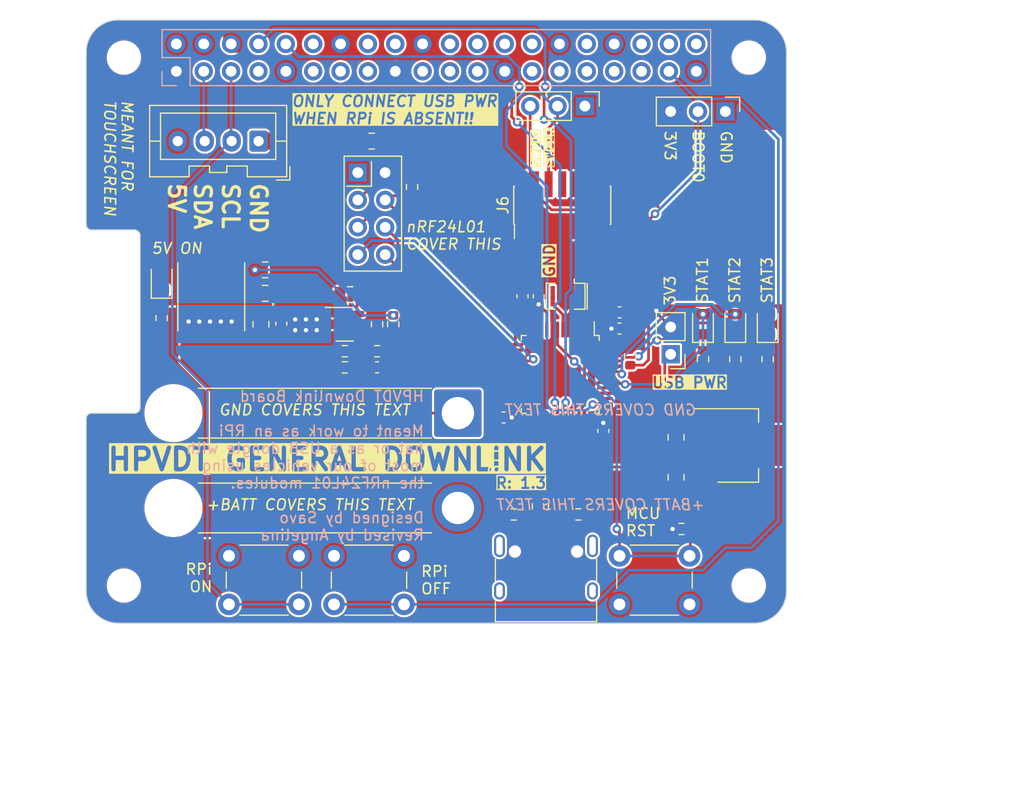
<source format=kicad_pcb>
(kicad_pcb (version 20240108) (generator "pcbnew") (generator_version "8.0")
  (title_block (title "Downlink") (date "2024-01-21") (rev "1.3") (company "HPVDT") (comment 1 "Common downlink board") (comment 2 "Designed to mount to an RPi with a CSI display"))
  (layers (0 "F.Cu" signal) (31 "B.Cu" signal) (34 "B.Paste" user) (35 "F.Paste" user) (36 "B.SilkS" user "B.Silkscreen") (37 "F.SilkS" user "F.Silkscreen") (38 "B.Mask" user) (39 "F.Mask" user) (44 "Edge.Cuts" user))
  (net 0 "")
  (net 1 "GND")
  (net 2 "/SDA")
  (net 3 "/SCL")
  (net 4 "+3.3V")
  (net 5 "+5V")
  (net 6 "/BOOT0")
  (net 7 "+BATT")
  (net 8 "/FB")
  (net 9 "/RF_{INT}")
  (net 10 "/SCK")
  (net 11 "/MISO")
  (net 12 "/MOSI")
  (net 13 "/RF_{SEL}")
  (net 14 "/RF_{EN}")
  (net 15 "/BATT_{DIV}")
  (net 16 "Net-(D1-K)")
  (net 17 "/STATUS_{1}")
  (net 18 "Net-(D2-K)")
  (net 19 "/STATUS_{2}")
  (net 20 "Net-(D3-K)")
  (net 21 "/STATUS_{3}")
  (net 22 "/RPi_{TX}")
  (net 23 "/RPi_{RX}")
  (net 24 "/GPIO26")
  (net 25 "/D+")
  (net 26 "/D-")
  (net 27 "/USB_D-")
  (net 28 "/USB_D+")
  (net 29 "/SDWIO")
  (net 30 "/SWCLK")
  (net 31 "Net-(D4-K)")
  (net 32 "/RST_{MCU}")
  (net 33 "Net-(U1-VI)")
  (net 34 "Net-(JP1-A)")
  (net 35 "Net-(U2-VBST)")
  (net 36 "Net-(U2-SW)")
  (net 37 "Net-(J1-CC1)")
  (net 39 "Net-(J1-CC2)")
  (net 65 "Net-(U2-EN)")
  (net 70 "Net-(U3-PD0)")
  (net 71 "Net-(U3-PD1)")
  (footprint "Connector_PinHeader_2.54mm:PinHeader_1x03_P2.54mm_Vertical" (layer "F.Cu") (at 146.29 52 -90)
    (property "Reference" "J4" (hide yes))
    (property "Value" "PROGRAM")
  )
  (footprint "Capacitor_SMD:C_0603_1608Metric" (layer "F.Cu") (at 149.499503 72.65 180)
    (property "Reference" "C9" (hide yes))
    (property "Value" "100n")
  )
  (footprint "Resistor_SMD:R_0603_1608Metric" (layer "F.Cu") (at 163.25 75.5 90)
    (property "Reference" "R12" (hide yes))
    (property "Value" "330")
  )
  (footprint "MountingHole:MountingHole_2.7mm_M2.5" (layer "F.Cu") (at 161.5 47.5)
    (property "Reference" "MH2" (hide yes))
    (property "Value" "MountingHole_2.7mm_M2.5" (hide yes))
  )
  (footprint "Resistor_SMD:R_0603_1608Metric" (layer "F.Cu") (at 124 74.75)
    (property "Reference" "R5" (hide yes))
    (property "Value" "10k")
  )
  (footprint "Resistor_SMD:R_0603_1608Metric" (layer "F.Cu") (at 150.499503 75.225 -90)
    (property "Reference" "R9" (hide yes))
    (property "Value" "10k")
  )
  (footprint "Capacitor_SMD:C_0805_2012Metric" (layer "F.Cu") (at 116.6125 69.38 180)
    (property "Reference" "C6" (hide yes))
    (property "Value" "22u")
  )
  (footprint "Capacitor_SMD:C_0603_1608Metric" (layer "F.Cu") (at 149.499503 71.15 180)
    (property "Reference" "C15" (hide yes))
    (property "Value" "1u")
  )
  (footprint "Resistor_SMD:R_0603_1608Metric" (layer "F.Cu") (at 141.93 89.15 90)
    (property "Reference" "R3" (hide yes))
    (property "Value" "22")
  )
  (footprint "Connector_PinHeader_1.27mm:PinHeader_2x07_P1.27mm_Vertical_SMD" (layer "F.Cu") (at 144.19 61.2 90)
    (property "Reference" "J6")
    (property "Value" "Conn_ST_STDC14")
  )
  (footprint "Package_TO_SOT_SMD:TSOT-23-6" (layer "F.Cu") (at 124 72.25)
    (property "Reference" "U2" (hide yes))
    (property "Value" "TPS563208DDCR")
  )
  (footprint "Button_Switch_THT:SW_PUSH_6mm_H4.3mm" (layer "F.Cu") (at 123 93.75)
    (property "Reference" "SW2" (hide yes))
    (property "Value" "RPi_{OFF}")
  )
  (footprint "Resistor_SMD:R_0603_1608Metric" (layer "F.Cu") (at 128.5 72.25 -90)
    (property "Reference" "R6" (hide yes))
    (property "Value" "54k9")
  )
  (footprint "Package_TO_SOT_SMD:SOT-223-3_TabPin2" (layer "F.Cu") (at 160.5 83.5)
    (property "Reference" "U1" (hide yes))
    (property "Value" "AZ1117-3.3")
  )
  (footprint "Button_Switch_THT:SW_PUSH_6mm_H4.3mm" (layer "F.Cu") (at 156 98.25 180)
    (property "Reference" "SW3" (hide yes))
    (property "Value" "MCU_{RST}")
  )
  (footprint "Capacitor_SMD:C_0603_1608Metric" (layer "F.Cu") (at 140.499503 69.65 -90)
    (property "Reference" "C8" (hide yes))
    (property "Value" "100n")
  )
  (footprint "Resistor_SMD:R_0603_1608Metric" (layer "F.Cu") (at 143.43 89.15 90)
    (property "Reference" "R4" (hide yes))
    (property "Value" "22")
  )
  (footprint "Capacitor_SMD:C_0805_2012Metric" (layer "F.Cu") (at 154.75 82.75 -90)
    (property "Reference" "C4" (hide yes))
    (property "Value" "22u")
  )
  (footprint "Capacitor_SMD:C_0805_2012Metric" (layer "F.Cu") (at 154.75 86.45 90)
    (property "Reference" "C2" (hide yes))
    (property "Value" "10u")
  )
  (footprint "Resistor_SMD:R_0603_1608Metric" (layer "F.Cu") (at 124 76.25 180)
    (property "Reference" "R15" (hide yes))
    (property "Value" "54k9")
  )
  (footprint "Package_QFP:LQFP-48_7x7mm_P0.5mm" (layer "F.Cu") (at 143.999503 76.9 -90)
    (property "Reference" "U3" (hide yes))
    (property "Value" "STM32F103C8Tx")
  )
  (footprint "Resistor_SMD:R_0603_1608Metric" (layer "F.Cu") (at 127 74.75 180)
    (property "Reference" "R16" (hide yes))
    (property "Value" "10k")
  )
  (footprint "Resistor_SMD:R_0603_1608Metric" (layer "F.Cu") (at 145.68 89.9)
    (property "Reference" "R2" (hide yes))
    (property "Value" "5.1k")
  )
  (footprint "Connector_PinHeader_2.54mm:PinHeader_1x02_P2.54mm_Vertical" (layer "F.Cu") (at 154.25 75.04 180)
    (property "Reference" "JP1" (hide yes))
    (property "Value" "USB_PWR")
  )
  (footprint "LED_SMD:LED_0805_2012Metric" (layer "F.Cu") (at 107 68.1475 90)
    (property "Reference" "D2" (hide yes))
    (property "Value" "LED")
  )
  (footprint "Inductor_SMD:L_Taiyo-Yuden_NR-60xx" (layer "F.Cu") (at 111.6125 69.7 90)
    (property "Reference" "L1" (hide yes))
    (property "Value" "3u3")
  )
  (footprint "Button_Switch_THT:SW_PUSH_6mm_H4.3mm" (layer "F.Cu") (at 113.25 93.75)
    (property "Reference" "SW1" (hide yes))
    (property "Value" "RPi_{ON}")
  )
  (footprint "Resistor_SMD:R_0603_1608Metric" (layer "F.Cu") (at 127 72.25 -90)
    (property "Reference" "R7" (hide yes))
    (property "Value" "10k")
  )
  (footprint "Resistor_SMD:R_0603_1608Metric" (layer "F.Cu") (at 155.25 91.25 180)
    (property "Reference" "R13" (hide yes))
    (property "Value" "10k")
  )
  (footprint "Resistor_SMD:R_0603_1608Metric" (layer "F.Cu") (at 130.25 59.5 90)
    (property "Reference" "R14" (hide yes))
    (property "Value" "10k")
  )
  (footprint "MountingHole:MountingHole_2.7mm_M2.5" (layer "F.Cu") (at 103.5 96.5)
    (property "Reference" "MH3" (hide yes))
    (property "Value" "MountingHole_2.7mm_M2.5" (hide yes))
  )
  (footprint "Resistor_SMD:R_0603_1608Metric" (layer "F.Cu") (at 160.25 75.5 90)
    (property "Reference" "R11" (hide yes))
    (property "Value" "330")
  )
  (footprint "Connector_USB:USB_C_Receptacle_HRO_TYPE-C-31-M-12" (layer "F.Cu") (at 142.68 95.95)
    (property "Reference" "J1" (hide yes))
    (property "Value" "USB_C_Receptacle_USB2.0")
  )
  (footprint "Connector_Wire:SolderWire-2.5sqmm_1x02_P8.8mm_D2.4mm_OD4.4mm_Relief" (layer "F.Cu") (at 134.5 80.5 -90)
    (property "Reference" "BT1")
    (property "Value" "Battery")
  )
  (footprint "MountingHole:MountingHole_2.7mm_M2.5" (layer "F.Cu") (at 103.5 47.5)
    (property "Reference" "MH1" (hide yes))
    (property "Value" "MountingHole_2.7mm_M2.5" (hide yes))
  )
  (footprint "Capacitor_SMD:C_0805_2012Metric" (layer "F.Cu") (at 116.6125 67.2 180)
    (property "Reference" "C7" (hide yes))
    (property "Value" "22u")
  )
  (footprint "Capacitor_SMD:C_0603_1608Metric" (layer "F.Cu") (at 147.999503 82.15 90)
    (property "Reference" "C11" (hide yes))
    (property "Value" "100n")
  )
  (footprint "Resistor_SMD:R_0603_1608Metric" (layer "F.Cu") (at 107 71.675 90)
    (property "Reference" "R10" (hide yes))
    (property "Value" "330")
  )
  (footprint "Capacitor_SMD:C_0603_1608Metric" (layer "F.Cu") (at 118.1125 72.2 -90)
    (property "Reference" "C3" (hide yes))
    (property "Value" "100n")
  )
  (footprint "LED_SMD:LED_0805_2012Metric" (layer "F.Cu") (at 160.25 72.25 90)
    (property "Reference" "D3" (hide yes))
    (property "Value" "LED")
  )
  (footprint "Connector_JST:JST_XA_B04B-XASK-1_1x04_P2.50mm_Vertical" (layer "F.Cu") (at 116 55.25 180)
    (property "Reference" "J2" (hide yes))
    (property "Value" "SCREEN")
  )
  (footprint "Capacitor_SMD:C_0603_1608Metric" (layer "F.Cu") (at 127 76.25 180)
    (property "Reference" "C13" (hide yes))
    (property "Value" "100n")
  )
  (footprint "LED_SMD:LED_0805_2012Metric" (layer "F.Cu") (at 157.25 72.25 90)
    (property "Reference" "D1" (hide yes))
    (property "Value" "LED")
  )
  (footprint "Resistor_SMD:R_0603_1608Metric" (layer "F.Cu") (at 139.68 89.9 180)
    (property "Reference" "R1" (hide yes))
    (property "Value" "5.1k")
  )
  (footprint "Capacitor_SMD:C_0805_2012Metric" (layer "F.Cu") (at 116.2225 72.25 -90)
    (property "Reference" "C1" (hide yes))
    (property "Value" "10u")
  )
  (footprint "MountingHole:MountingHole_2.7mm_M2.5" (layer "F.Cu") (at 161.5 96.5)
    (property "Reference" "MH4" (hide yes))
    (property "Value" "MountingHole_2.7mm_M2.5" (hide yes))
  )
  (footprint "Crystal:Resonator_SMD_Murata_CSTxExxV-3Pin_3.0x1.1mm" (layer "F.Cu") (at 144.499503 69.65 180)
    (property "Reference" "Y1" (hide yes))
    (property "Value" "8M")
  )
  (footprint "RF_Module:nRF24L01_Breakout" (layer "F.Cu") (at 125.21 58.17)
    (property "Reference" "U4" (hide yes))
    (property "Value" "nRF24L01")
  )
  (footprint "Capacitor_SMD:C_0603_1608Metric" (layer "F.Cu") (at 141.999503 69.65 -90)
    (property "Reference" "C12" (hide yes))
    (property "Value" "10n")
  )
  (footprint "Capacitor_SMD:C_0805_2012Metric" (layer "F.Cu") (at 126.5 55.25)
    (property "Reference" "C14" (hide yes))
    (property "Value" "10u")
  )
  (footprint "LED_SMD:LED_0805_2012Metric" (layer "F.Cu") (at 163.25 72.25 90)
    (property "Reference" "D4" (hide yes))
    (property "Value" "LED")
  )
  (footprint "Connector_PinHeader_2.54mm:PinHeader_1x03_P2.54mm_Vertical" (layer "F.Cu") (at 159.33 52.5 -90)
    (property "Reference" "JP2" (hide yes))
    (property "Value" "BOOT0")
  )
  (footprint "Capacitor_SMD:C_0805_2012Metric" (layer "F.Cu") (at 124.5 69.5 180)
    (property "Reference" "C5" (hide yes))
    (property "Value" "100n")
  )
  (footprint "Resistor_SMD:R_0603_1608Metric" (layer "F.Cu") (at 157.25 75.5 90)
    (property "Reference" "R8" (hide yes))
    (property "Value" "330")
  )
  (footprint "Capacitor_SMD:C_0603_1608Metric" (layer "F.Cu") (at 138.749503 80.9)
    (property "Reference" "C10" (hide yes))
    (property "Value" "100n")
  )
  (footprint "Connector_PinSocket_2.54mm:PinSocket_2x20_P2.54mm_Vertical" (layer "B.Cu") (at 108.37 48.77 -90)
    (property "Reference" "J3" (hide yes))
    (property "Value" "GPIO")
  )
  (gr_arc (start 100.5 63.5) (mid 100.146447 63.353553) (end 100 63) (stroke (width 0.1)) (layer "Edge.Cuts"))
  (gr_arc (start 162 44) (mid 164.12132 44.87868) (end 165 47) (stroke (width 0.1)) (layer "Edge.Cuts"))
  (gr_line (start 165 97) (end 165 47) (stroke (width 0.1)) (layer "Edge.Cuts"))
  (gr_line (start 100 47) (end 100 63) (stroke (width 0.1)) (layer "Edge.Cuts"))
  (gr_arc (start 103 100) (mid 100.87868 99.12132) (end 100 97) (stroke (width 0.1)) (layer "Edge.Cuts"))
  (gr_line (start 103 100) (end 162 100) (stroke (width 0.1)) (layer "Edge.Cuts"))
  (gr_line (start 104.5 80.5) (end 100.5 80.5) (stroke (width 0.1)) (layer "Edge.Cuts"))
  (gr_arc (start 100 81) (mid 100.146138 80.646755) (end 100.499127 80.500001) (stroke (width 0.1)) (layer "Edge.Cuts"))
  (gr_arc (start 165 97) (mid 164.12132 99.12132) (end 162 100) (stroke (width 0.1)) (layer "Edge.Cuts"))
  (gr_line (start 105 64) (end 105 80) (stroke (width 0.1)) (layer "Edge.Cuts"))
  (gr_arc (start 100 47) (mid 100.87868 44.87868) (end 103 44) (stroke (width 0.1)) (layer "Edge.Cuts"))
  (gr_line (start 100 81) (end 100 97) (stroke (width 0.1)) (layer "Edge.Cuts"))
  (gr_line (start 100.5 63.5) (end 104.5 63.5) (stroke (width 0.1)) (layer "Edge.Cuts"))
  (gr_arc (start 105 80) (mid 104.853553 80.353553) (end 104.5 80.5) (stroke (width 0.1)) (layer "Edge.Cuts"))
  (gr_arc (start 104.5 63.5) (mid 104.853553 63.646447) (end 105 64) (stroke (width 0.1)) (layer "Edge.Cuts"))
  (gr_line (start 162 44) (end 103 44) (stroke (width 0.1)) (layer "Edge.Cuts"))
  (gr_text "\n" (at 92 107.5 0) (layer "B.Cu") (effects (font (size 1.5 1.5) (thickness 0.3) (bold yes)) (justify left bottom)))
  (gr_text "GND COVERS THIS TEXT" (at 147.8 80.2 0) (layer "B.SilkS") (effects (font (size 1 1) (thickness 0.15) (italic yes)) (justify mirror)))
  (gr_text "+BATT COVERS THIS TEXT" (at 147.8 89 0) (layer "B.SilkS") (effects (font (size 1 1) (thickness 0.15) (italic yes)) (justify mirror)))
  (gr_text "5V ON" (at 106 65.2 0) (layer "F.SilkS") (effects (font (size 1 1) (thickness 0.15) (italic yes)) (justify left)))
  (gr_text "BOOT0" (at 156.8 54.2 -90) (layer "F.SilkS") (effects (font (size 1 1)) (justify left)))
  (gr_text "5V" (at 108.4 59 270) (layer "F.SilkS") (effects (font (size 1.5 1.5) (thickness 0.3) (bold yes)) (justify left)))
  (gr_text "MCU\nRST" (at 150 92 0) (layer "F.SilkS") (effects (font (size 1 1)) (justify left bottom)))
  (gr_text "GND" (at 116 59 -90) (layer "F.SilkS") (effects (font (size 1.5 1.5) (thickness 0.3) (bold yes)) (justify left)))
  (gr_text "SDA" (at 110.8 59 -90) (layer "F.SilkS") (effects (font (size 1.5 1.5) (thickness 0.3) (bold yes)) (justify left)))
  (gr_text "HPVDT GENERAL DOWNLINK" (at 101.8 84.8 0) (layer "F.SilkS" knockout) (effects (font (size 2 2) (thickness 0.4) (bold yes)) (justify left)))
  (gr_text "GND" (at 143 68 90) (layer "F.SilkS" knockout) (effects (font (size 1 1) (thickness 0.2) (bold yes)) (justify left)))
  (gr_text "nRF24L01\nCOVER THIS" (at 129.6 65.4 0) (layer "F.SilkS") (effects (font (size 1 1) (thickness 0.15) (italic yes)) (justify left bottom)))
  (gr_text "SWDIO" (at 141.75 57.75 90) (layer "F.SilkS" knockout) (effects (font (size 0.75 0.75) (thickness 0.125) (bold yes)) (justify left)))
  (gr_text "MEANT FOR\nTOUCHSCREEN" (at 101.6 51.4 -90) (layer "F.SilkS") (effects (font (size 1 1) (thickness 0.15) (italic yes)) (justify left bottom)))
  (gr_text "ONLY CONNECT USB PWR\nWHEN RPi IS ABSENT!!" (at 119 53.75 0) (layer "F.SilkS" knockout) (effects (font (size 1 1) (thickness 0.2) (bold yes) (italic yes)) (justify left bottom)))
  (gr_text "RPi\nOFF" (at 131 96 0) (layer "F.SilkS") (effects (font (size 1 1)) (justify left)))
  (gr_text "STAT3" (at 163.2 70.4 90) (layer "F.SilkS") (effects (font (size 1 1)) (justify left)))
  (gr_text "RPi\nON" (at 111.8 95.8 0) (layer "F.SilkS") (effects (font (size 1 1)) (justify right)))
  (gr_text "STAT2" (at 160.2 70.4 90) (layer "F.SilkS") (effects (font (size 1 1)) (justify left)))
  (gr_text "3V3" (at 154.2 54.2 -90) (layer "F.SilkS") (effects (font (size 1 1)) (justify left)))
  (gr_text "GND" (at 159.4 54.2 -90) (layer "F.SilkS") (effects (font (size 1 1)) (justify left)))
  (gr_text "USB PWR" (at 156 78.25 0) (layer "F.SilkS" knockout) (effects (font (size 1 1) (thickness 0.2) (bold yes)) (justify bottom)))
  (gr_text "SCL" (at 113.4 59 -90) (layer "F.SilkS") (effects (font (size 1.5 1.5) (thickness 0.3) (bold yes)) (justify left)))
  (gr_text "GND COVERS THIS TEXT" (at 121.2 80.2 0) (layer "F.SilkS") (effects (font (size 1 1) (thickness 0.15) (italic yes))))
  (gr_text "+BATT COVERS THIS TEXT" (at 120.8 89 0) (layer "F.SilkS") (effects (font (size 1 1) (thickness 0.15) (italic yes))))
  (gr_text "3V3" (at 154.2 70.6 90) (layer "F.SilkS") (effects (font (size 1 1)) (justify left)))
  (gr_text "STAT1" (at 157.2 70.4 90) (layer "F.SilkS") (effects (font (size 1 1)) (justify left)))
  (gr_text "R: ${REVISION}" (at 142.8 86.4 0) (layer "F.SilkS" knockout) (effects (font (size 1 1) (thickness 0.2) (bold yes)) (justify right top)))
  (gr_text "SWCLK" (at 143 57.75 90) (layer "F.SilkS" knockout) (effects (font (size 0.75 0.75) (thickness 0.125) (bold yes)) (justify left)))
  (gr_text_box "HPVDT Downlink Board\n\nMeant to work as an RPi hat or as a USB dongle with most of our vehicles using the nRF24L01 modules.\n\nDesigned by Savo\nRevised by Angelina" (start 108.4 77.6) (end 132.2 92) (layer "B.SilkS") (effects (font (size 1 1)) (justify left top mirror)) (border no))
  (segment (start 110.91 55.16) (end 111 55.25) (width 0.25) (layer "B.Cu") (net 2))
  (segment (start 110.91 48.77) (end 110.91 55.16) (width 0.25) (layer "B.Cu") (net 2))
  (segment (start 113.45 48.77) (end 113.45 55.2) (width 0.25) (layer "B.Cu") (net 3))
  (segment (start 119.75 98.25) (end 113.25 98.25) (width 0.25) (layer "B.Cu") (net 3))
  (segment (start 108 60.625) (end 108 75) (width 0.25) (layer "B.Cu") (net 3))
  (segment (start 111.25 96.25) (end 113.25 98.25) (width 0.25) (layer "B.Cu") (net 3))
  (segment (start 113.45 55.2) (end 113.5 55.25) (width 0.25) (layer "B.Cu") (net 3))
  (segment (start 111.25 78.25) (end 111.25 96.25) (width 0.25) (layer "B.Cu") (net 3))
  (segment (start 113.5 55.25) (end 113.375 55.25) (width 0.25) (layer "B.Cu") (net 3))
  (segment (start 108 75) (end 111.25 78.25) (width 0.25) (layer "B.Cu") (net 3))
  (segment (start 113.375 55.25) (end 108 60.625) (width 0.25) (layer "B.Cu") (net 3))
  (segment (start 129.745 58.17) (end 130.25 58.675) (width 0.25) (layer "F.Cu") (net 4))
  (segment (start 148.162003 73.2125) (end 148.724503 72.65) (width 0.25) (layer "F.Cu") (net 4))
  (segment (start 148.749503 72.65) (end 148.724503 71.15) (width 0.25) (layer "F.Cu") (net 4))
  (segment (start 141.999503 70.4) (end 141.974503 70.4) (width 0.25) (layer "F.Cu") (net 4))
  (segment (start 146.749503 81.0625) (end 147.662003 81.0625) (width 0.25) (layer "F.Cu") (net 4))
  (segment (start 152.922507 71.172507) (end 154.25 72.5) (width 0.25) (layer "F.Cu") (net 4))
  (segment (start 140.499503 70.425) (end 141.999503 70.425) (width 0.25) (layer "F.Cu") (net 4))
  (segment (start 139.524503 79.9625) (end 139.837003 79.65) (width 0.25) (layer "F.Cu") (net 4))
  (segment (start 127.75 58.17) (end 129.745 58.17) (width 0.25) (layer "F.Cu") (net 4))
  (segment (start 148.162003 74.15) (end 148.162003 73.2125) (width 0.25) (layer "F.Cu") (net 4))
  (segment (start 141.974503 70.4) (end 142.749503 71.175) (width 0.25) (layer "F.Cu") (net 4))
  (segment (start 139.524503 80.9) (end 139.524503 79.9625) (width 0.25) (layer "F.Cu") (net 4))
  (segment (start 141.999503 70.425) (end 141.999503 70.4) (width 0.25) (layer "F.Cu") (net 4))
  (segment (start 152.922507 71) (end 152.922507 71.172507) (width 0.25) (layer "F.Cu") (net 4))
  (segment (start 147.662003 81.0625) (end 147.999503 81.4) (width 0.25) (layer "F.Cu") (net 4))
  (segment (start 142.749503 71.175) (end 142.749503 72.7375) (width 0.25) (layer "F.Cu") (net 4))
  (segment (start 148.724503 72.65) (end 148.749503 72.65) (width 0.25) (layer "F.Cu") (net 4))
  (segment (start 127.75 58.17) (end 127.75 55.55) (width 0.25) (layer "F.Cu") (net 4))
  (segment (start 127.75 55.55) (end 127.45 55.25) (width 0.25) (layer "F.Cu") (net 4))
  (via (at 152.922507 71) (size 0.8) (drill 0.4) (layers "F.Cu" "B.Cu") (net 4))
  (via (at 148.749503 72.65) (size 0.8) (drill 0.4) (layers "F.Cu" "B.Cu") (net 4))
  (via (at 154.425 91.25) (size 0.8) (drill 0.4) (layers "F.Cu" "B.Cu") (net 4))
  (via (at 147.999503 81.4) (size 0.8) (drill 0.4) (layers "F.Cu" "B.Cu") (net 4))
  (via (at 139.499503 80.9) (size 0.8) (drill 0.4) (layers "F.Cu" "B.Cu") (net 4))
  (via (at 141.999503 70.4) (size 0.8) (drill 0.4) (layers "F.Cu" "B.Cu") (net 4))
  (segment (start 148.749503 72.65) (end 151.272507 72.65) (width 0.25) (layer "B.Cu") (net 4))
  (segment (start 151.272507 72.65) (end 152.922507 71) (width 0.25) (layer "B.Cu") (net 4))
  (segment (start 115.7 67.2) (end 115.75 67.25) (width 0.25) (layer "F.Cu") (net 5))
  (segment (start 115.7 67.2) (end 115.6625 67.2) (width 0.25) (layer "F.Cu") (net 5))
  (via (at 128.5 71.425) (size 0.8) (drill 0.4) (layers "F.Cu" "B.Cu") (net 5))
  (via (at 115.6625 67.2) (size 0.8) (drill 0.4) (layers "F.Cu" "B.Cu") (net 5))
  (segment (start 115.6625 67.2) (end 121.5 67.2) (width 0.25) (layer "B.Cu") (net 5))
  (segment (start 125.725 71.425) (end 121.5 67.2) (width 0.25) (layer "B.Cu") (net 5))
  (segment (start 128.5 71.425) (end 125.725 71.425) (width 0.25) (layer "B.Cu") (net 5))
  (segment (start 152.8 62) (end 152.197507 62.602493) (width 0.25) (layer "F.Cu") (net 6))
  (segment (start 151.7 76.05) (end 150.499503 76.05) (width 0.25) (layer "F.Cu") (net 6))
  (segment (start 152.197507 75.552493) (end 151.7 76.05) (width 0.25) (layer "F.Cu") (net 6))
  (segment (start 152.197507 62.602493) (end 152.197507 75.552493) (width 0.25) (layer "F.Cu") (net 6))
  (segment (start 150.399503 76.15) (end 150.499503 76.05) (width 0.25) (layer "F.Cu") (net 6))
  (via (at 152.8 62) (size 0.8) (drill 0.4) (layers "F.Cu" "B.Cu") (net 6))
  (segment (start 156.79 58.01) (end 152.8 62) (width 0.25) (layer "B.Cu") (net 6))
  (segment (start 156.79 56.36) (end 156.79 58.01) (width 0.25) (layer "B.Cu") (net 6))
  (segment (start 156.79 52.5) (end 156.79 56.36) (width 0.25) (layer "B.Cu") (net 6))
  (segment (start 134.5 80.5) (end 127.425 80.5) (width 0.25) (layer "F.Cu") (net 7))
  (segment (start 127.425 80.5) (end 123.175 76.25) (width 0.25) (layer "F.Cu") (net 7))
  (segment (start 125.1375 73.2) (end 126.875 73.2) (width 0.25) (layer "F.Cu") (net 8))
  (segment (start 128.5 73.075) (end 127 73.075) (width 0.25) (layer "F.Cu") (net 8))
  (segment (start 126.875 73.2) (end 127 73.075) (width 0.25) (layer "F.Cu") (net 8))
  (segment (start 138.61 76.65) (end 127.75 65.79) (width 0.25) (layer "F.Cu") (net 9))
  (segment (start 139.837003 76.65) (end 138.61 76.65) (width 0.25) (layer "F.Cu") (net 9))
  (segment (start 139.031739 75.15) (end 129.375 65.493261) (width 0.25) (layer "F.Cu") (net 10))
  (segment (start 129.375 65.493261) (end 129.375 63.213299) (width 0.25) (layer "F.Cu") (net 10))
  (segment (start 126.385 62.075) (end 128 62.075) (width 0.25) (layer "F.Cu") (net 10))
  (segment (start 129.375 63.213299) (end 128.236701 62.075) (width 0.25) (layer "F.Cu") (net 10))
  (segment (start 125.21 63.25) (end 126.385 62.075) (width 0.25) (layer "F.Cu") (net 10))
  (segment (start 128.236701 62.075) (end 128 62.075) (width 0.25) (layer "F.Cu") (net 10))
  (segment (start 139.837003 75.15) (end 139.031739 75.15) (width 0.25) (layer "F.Cu") (net 10))
  (segment (start 141.35 75.65) (end 141.5 75.5) (width 0.25) (layer "F.Cu") (net 11))
  (segment (start 139.837003 75.65) (end 141.35 75.65) (width 0.25) (layer "F.Cu") (net 11))
  (via (at 141.5 75.5) (size 0.8) (drill 0.4) (layers "F.Cu" "B.Cu") (net 11))
  (segment (start 130.5 64.5) (end 141.5 75.5) (width 0.25) (layer "B.Cu") (net 11))
  (segment (start 125.21 65.79) (end 126.5 64.5) (width 0.25) (layer "B.Cu") (net 11))
  (segment (start 126.5 64.5) (end 130.5 64.5) (width 0.25) (layer "B.Cu") (net 11))
  (segment (start 128.925 66.043261) (end 128.925 64.425) (width 0.25) (layer "F.Cu") (net 12))
  (segment (start 139.837003 76.15) (end 139.031739 76.15) (width 0.25) (layer "F.Cu") (net 12))
  (segment (start 128.925 64.425) (end 127.75 63.25) (width 0.25) (layer "F.Cu") (net 12))
  (segment (start 139.031739 76.15) (end 128.925 66.043261) (width 0.25) (layer "F.Cu") (net 12))
  (segment (start 139.837003 74.15) (end 139.837003 72.797003) (width 0.25) (layer "F.Cu") (net 13))
  (segment (start 128.135 60.325) (end 127.75 60.71) (width 0.25) (layer "F.Cu") (net 13))
  (segment (start 130.325 60.25) (end 130.25 60.325) (width 0.25) (layer "F.Cu") (net 13))
  (segment (start 139.837003 72.797003) (end 127.75 60.71) (width 0.25) (layer "F.Cu") (net 13))
  (segment (start 130.25 60.325) (end 128.135 60.325) (width 0.25) (layer "F.Cu") (net 13))
  (segment (start 131.05 59.901996) (end 131.05 62.537997) (width 0.25) (layer "F.Cu") (net 14))
  (segment (start 126.385 59.535) (end 130.683004 59.535) (width 0.25) (layer "F.Cu") (net 14))
  (segment (start 125.21 60.71) (end 126.385 59.535) (width 0.25) (layer "F.Cu") (net 14))
  (segment (start 131.05 62.537997) (end 141.249503 72.7375) (width 0.25) (layer "F.Cu") (net 14))
  (segment (start 130.683004 59.535) (end 131.05 59.901996) (width 0.25) (layer "F.Cu") (net 14))
  (segment (start 133.798004 77.15) (end 130.598004 73.95) (width 0.25) (layer "F.Cu") (net 15))
  (segment (start 126.975 73.95) (end 126.175 74.75) (width 0.25) (layer "F.Cu") (net 15))
  (segment (start 126.175 74.75) (end 126.175 76.2) (width 0.25) (layer "F.Cu") (net 15))
  (segment (start 126.175 76.2) (end 126.225 76.25) (width 0.25) (layer "F.Cu") (net 15))
  (segment (start 130.598004 73.95) (end 126.975 73.95) (width 0.25) (layer "F.Cu") (net 15))
  (segment (start 126.225 76.25) (end 124.825 76.25) (width 0.25) (layer "F.Cu") (net 15))
  (segment (start 139.837003 77.15) (end 133.798004 77.15) (width 0.25) (layer "F.Cu") (net 15))
  (segment (start 157.25 74.675) (end 157.25 73.1875) (width 0.25) (layer "F.Cu") (net 16))
  (segment (start 149.947704 77.75) (end 150.024761 77.827057) (width 0.25) (layer "F.Cu") (net 17))
  (segment (start 149.5 77.75) (end 149.947704 77.75) (width 0.25) (layer "F.Cu") (net 17))
  (segment (start 148.967267 77.15) (end 148.162003 77.15) (width 0.25) (layer "F.Cu") (net 17))
  (segment (start 149.5 77.682733) (end 149.5 77.75) (width 0.25) (layer "F.Cu") (net 17))
  (segment (start 148.967267 77.15) (end 149.5 77.682733) (width 0.25) (layer "F.Cu") (net 17))
  (via (at 150.024761 77.827057) (size 0.8) (drill 0.4) (layers "F.Cu" "B.Cu") (net 17))
  (via (at 157.25 71.3125) (size 0.8) (drill 0.4) (layers "F.Cu" "B.Cu") (net 17))
  (segment (start 150.024761 77.827057) (end 153.812943 77.827057) (width 0.25) (layer "B.Cu") (net 17))
  (segment (start 157.25 74.39) (end 157.25 71.3125) (width 0.25) (layer "B.Cu") (net 17))
  (segment (start 153.812943 77.827057) (end 157.25 74.39) (width 0.25) (layer "B.Cu") (net 17))
  (segment (start 107 70.85) (end 107 69.085) (width 0.25) (layer "F.Cu") (net 18))
  (segment (start 148.162003 76.65) (end 149.75 76.65) (width 0.25) (layer "F.Cu") (net 19))
  (segment (start 149.75 76.65) (end 149.876499 76.65) (width 0.25) (layer "F.Cu") (net 19))
  (segment (start 149.75 76.65) (end 149.75 76.843834) (width 0.25) (layer "F.Cu") (net 19))
  (segment (start 149.75 76.843834) (end 149.718834 76.875) (width 0.25) (layer "F.Cu") (net 19))
  (via (at 160.25 71.3125) (size 0.8) (drill 0.4) (layers "F.Cu" "B.Cu") (net 19))
  (via (at 149.718834 76.875) (size 0.8) (drill 0.4) (layers "F.Cu" "B.Cu") (net 19))
  (segment (start 154.688299 70.4) (end 149.718834 75.369465) (width 0.25) (layer "B.Cu") (net 19))
  (segment (start 160.25 71.3125) (end 159 71.3125) (width 0.25) (layer "B.Cu") (net 19))
  (segment (start 158.0875 70.4) (end 154.688299 70.4) (width 0.25) (layer "B.Cu") (net 19))
  (segment (start 149.718834 75.369465) (end 149.718834 76.875) (width 0.25) (layer "B.Cu") (net 19))
  (segment (start 159 71.3125) (end 158.0875 70.4) (width 0.25) (layer "B.Cu") (net 19))
  (segment (start 160.25 74.675) (end 160.25 73.1875) (width 0.25) (layer "F.Cu") (net 20))
  (segment (start 156.286701 72.125) (end 162.4375 72.125) (width 0.25) (layer "F.Cu") (net 21))
  (segment (start 148.162003 75.65) (end 149.676499 75.65) (width 0.25) (layer "F.Cu") (net 21))
  (segment (start 150.001499 75.325) (end 150.997507 75.325) (width 0.25) (layer "F.Cu") (net 21))
  (segment (start 152.647507 73.675) (end 154.736701 73.675) (width 0.25) (layer "F.Cu") (net 21))
  (segment (start 154.736701 73.675) (end 156.286701 72.125) (width 0.25) (layer "F.Cu") (net 21))
  (segment (start 150.997507 75.325) (end 151.177616 75.325) (width 0.25) (layer "F.Cu") (net 21))
  (segment (start 151.177616 75.325) (end 151.277616 75.225) (width 0.25) (layer "F.Cu") (net 21))
  (segment (start 162.4375 72.125) (end 163.25 71.3125) (width 0.25) (layer "F.Cu") (net 21))
  (segment (start 149.676499 75.65) (end 150.001499 75.325) (width 0.25) (layer "F.Cu") (net 21))
  (via (at 151.277616 75.225) (size 0.8) (drill 0.4) (layers "F.Cu" "B.Cu") (net 21))
  (via (at 152.996395 73.746035) (size 0.8) (drill 0.4) (layers "F.Cu" "B.Cu") (net 21))
  (segment (start 152.752616 73.75) (end 153 73.75) (width 0.25) (layer "B.Cu") (net 21))
  (segment (start 153 73.75) (end 153 73.74964) (width 0.25) (layer "B.Cu") (net 21))
  (segment (start 153 73.74964) (end 152.996395 73.746035) (width 0.25) (layer "B.Cu") (net 21))
  (segment (start 151.277616 75.225) (end 152.752616 73.75) (width 0.25) (layer "B.Cu") (net 21))
  (segment (start 144.249503 81.0625) (end 144.249503 79.75) (width 0.25) (layer "F.Cu") (net 22))
  (segment (start 144.249503 79.55) (end 144.249503 81.0625) (width 0.25) (layer "F.Cu") (net 22))
  (segment (start 144.299503 79.5) (end 144.249503 79.55) (width 0.25) (layer "F.Cu") (net 22))
  (segment (start 144.249503 79.75) (end 144.499503 79.5) (width 0.25) (layer "F.Cu") (net 22))
  (segment (start 142.5 50.3) (end 142.6 50.2) (width 0.25) (layer "F.Cu") (net 22))
  (segment (start 142.5 53.25) (end 142.5 50.3) (width 0.25) (layer "F.Cu") (net 22))
  (via (at 142.6 50.2) (size 0.8) (drill 0.4) (layers "F.Cu" "B.Cu") (net 22))
  (via (at 142.5 53.25) (size 0.8) (drill 0.4) (layers "F.Cu" "B.Cu") (net 22))
  (via (at 144.499503 79.5) (size 0.8) (drill 0.4) (layers "F.Cu" "B.Cu") (net 22))
  (segment (start 144.499503 69.5) (end 144.499503 79.5) (width 0.25) (layer "B.Cu") (net 22))
  (segment (start 117.165 45.055) (end 117.165 45.035) (width 0.25) (layer "B.Cu") (net 22))
  (segment (start 117.4 44.8) (end 141.621701 44.8) (width 0.25) (layer "B.Cu") (net 22))
  (segment (start 142.5 53.25) (end 143.05 53.25) (width 0.25) (layer "B.Cu") (net 22))
  (segment (start 143.05 53.25) (end 145 55.2) (width 0.25) (layer "B.Cu") (net 22))
  (segment (start 117.165 45.035) (end 117.4 44.8) (width 0.25) (layer "B.Cu") (net 22))
  (segment (start 145 55.2) (end 145 68.999503) (width 0.25) (layer "B.Cu") (net 22))
  (segment (start 115.99 46.23) (end 117.165 45.055) (width 0.25) (layer "B.Cu") (net 22))
  (segment (start 142.6 45.778299) (end 142.6 50.2) (width 0.25) (layer "B.Cu") (net 22))
  (segment (start 141.621701 44.8) (end 142.6 45.778299) (width 0.25) (layer "B.Cu") (net 22))
  (segment (start 145 68.999503) (end 144.499503 69.5) (width 0.25) (layer "B.Cu") (net 22))
  (segment (start 140.2 50.8) (end 139.5 51.5) (width 0.25) (layer "F.Cu") (net 23))
  (segment (start 139.45 52.95) (end 140 53.5) (width 0.25) (layer "F.Cu") (net 23))
  (segment (start 139.5 53) (end 140 53.5) (width 0.25) (layer "F.Cu") (net 23))
  (segment (start 143.749503 79.749503) (end 143.5 79.5) (width 0.25) (layer "F.Cu") (net 23))
  (segment (start 143.749503 81.0625) (end 143.749503 79.749503) (width 0.25) (layer "F.Cu") (net 23))
  (segment (start 139.5 51.5) (end 139.5 53) (width 0.25) (layer "F.Cu") (net 23))
  (segment (start 140.2 50.2) (end 140.2 50.8) (width 0.25) (layer "F.Cu") (net 23))
  (via (at 143.5 79.5) (size 0.8) (drill 0.4) (layers "F.Cu" "B.Cu") (net 23))
  (via (at 140.2 50.2) (size 0.8) (drill 0.4) (layers "F.Cu" "B.Cu") (net 23))
  (via (at 140 53.5) (size 0.8) (drill 0.4) (layers "F.Cu" "B.Cu") (net 23))
  (segment (start 119.705 47.405) (end 118.53 46.23) (width 0.25) (layer "B.Cu") (net 23))
  (segment (start 140.2 50.2) (end 140.2 48.458299) (width 0.25) (layer "B.Cu") (net 23))
  (segment (start 140 53.5) (end 143.800497 57.300497) (width 0.25) (layer "B.Cu") (net 23))
  (segment (start 143.5 70.500497) (end 143.5 79.5) (width 0.25) (layer "B.Cu") (net 23))
  (segment (start 144.000497 70) (end 143.5 70.500497) (width 0.25) (layer "B.Cu") (net 23))
  (segment (start 143.800994 57.300497) (end 144.000497 57.5) (width 0.25) (layer "B.Cu") (net 23))
  (segment (start 139.146701 47.405) (end 119.705 47.405) (width 0.25) (layer "B.Cu") (net 23))
  (segment (start 144.000497 57.5) (end 144.000497 70) (width 0.25) (layer "B.Cu") (net 23))
  (segment (start 140.2 48.458299) (end 139.146701 47.405) (width 0.25) (layer "B.Cu") (net 23))
  (segment (start 143.800497 57.300497) (end 143.800994 57.300497) (width 0.25) (layer "B.Cu") (net 23))
  (segment (start 150.391726 95.075) (end 147.216726 98.25) (width 0.25) (layer "B.Cu") (net 24))
  (segment (start 161.75 93) (end 159.325 93) (width 0.25) (layer "B.Cu") (net 24))
  (segment (start 147.216726 98.25) (end 129.5 98.25) (width 0.25) (layer "B.Cu") (net 24))
  (segment (start 162.625 92.125) (end 161.75 93) (width 0.25) (layer "B.Cu") (net 24))
  (segment (start 160.505 51.325) (end 164.25 55.07) (width 0.25) (layer "B.Cu") (net 24))
  (segment (start 164.25 55.07) (end 164.25 90.5) (width 0.25) (layer "B.Cu") (net 24))
  (segment (start 156.645 51.325) (end 160.505 51.325) (width 0.25) (layer "B.Cu") (net 24))
  (segment (start 123 98.25) (end 129.5 98.25) (width 0.25) (layer "B.Cu") (net 24))
  (segment (start 159.325 93) (end 157.25 95.075) (width 0.25) (layer "B.Cu") (net 24))
  (segment (start 154.09 48.77) (end 156.645 51.325) (width 0.25) (layer "B.Cu") (net 24))
  (segment (start 164.25 90.5) (end 162.625 92.125) (width 0.25) (layer "B.Cu") (net 24))
  (segment (start 157.25 95.075) (end 150.391726 95.075) (width 0.25) (layer "B.Cu") (net 24))
  (segment (start 142.43 91.905) (end 142.43 90.88) (width 0.25) (layer "F.Cu") (net 25))
  (segment (start 143.43 90.88) (end 143.43 91.905) (width 0.25) (layer "F.Cu") (net 25))
  (segment (start 142.43 90.88) (end 142.455 90.855) (width 0.25) (layer "F.Cu") (net 25))
  (segment (start 142.455 90.855) (end 143.405 90.855) (width 0.25) (layer "F.Cu") (net 25))
  (segment (start 143.43 89.975) (end 143.43 91.905) (width 0.2) (layer "F.Cu") (net 25))
  (segment (start 143.405 90.855) (end 143.43 90.88) (width 0.25) (layer "F.Cu") (net 25))
  (segment (start 141.93 92.93) (end 141.955 92.955) (width 0.25) (layer "F.Cu") (net 26))
  (segment (start 141.93 91.905) (end 141.93 92.93) (width 0.25) (layer "F.Cu") (net 26))
  (segment (start 142.93 92.88) (end 142.93 91.905) (width 0.25) (layer "F.Cu") (net 26))
  (segment (start 141.955 92.955) (end 142.855 92.955) (width 0.25) (layer "F.Cu") (net 26))
  (segment (start 142.855 92.955) (end 142.93 92.88) (width 0.25) (layer "F.Cu") (net 26))
  (segment (start 141.93 91.905) (end 141.93 89.975) (width 0.25) (layer "F.Cu") (net 26))
  (segment (start 142.455 84.545) (end 142.455 87.087499) (width 0.2) (layer "F.Cu") (net 27))
  (segment (start 144.749503 82.250497) (end 142.455 84.545) (width 0.2) (layer "F.Cu") (net 27))
  (segment (start 141.93 87.612499) (end 141.93 88.325) (width 0.2) (layer "F.Cu") (net 27))
  (segment (start 142.455 87.087499) (end 141.93 87.612499) (width 0.2) (layer "F.Cu") (net 27))
  (segment (start 144.749503 81.0625) (end 144.749503 82.250497) (width 0.2) (layer "F.Cu") (net 27))
  (segment (start 143.43 85.07) (end 143.43 88.325) (width 0.2) (layer "F.Cu") (net 28))
  (segment (start 145.249503 81.0625) (end 145.249503 83.250497) (width 0.2) (layer "F.Cu") (net 28))
  (segment (start 145.249503 83.250497) (end 143.43 85.07) (width 0.2) (layer "F.Cu") (net 28))
  (segment (start 146.25 79.756739) (end 145.749503 80.257236) (width 0.25) (layer "F.Cu") (net 29))
  (segment (start 147.5 69.650497) (end 147.5 73.506739) (width 0.25) (layer "F.Cu") (net 29))
  (segment (start 141.65 60.08) (end 143.195 61.625) (width 0.25) (layer "F.Cu") (net 29))
  (segment (start 143.195 61.625) (end 148.695 61.625) (width 0.25) (layer "F.Cu") (net 29))
  (segment (start 148.75 61.68) (end 148.75 68.400497) (width 0.25) (layer "F.Cu") (net 29))
  (segment (start 148.695 61.625) (end 148.75 61.68) (width 0.25) (layer "F.Cu") (net 29))
  (segment (start 145.749503 80.257236) (end 145.749503 81.0625) (width 0.25) (layer "F.Cu") (net 29))
  (segment (start 141.21 58.81) (end 141.65 59.25) (width 0.25) (layer "F.Cu") (net 29))
  (segment (start 146.25 74.756739) (end 146.25 79.756739) (width 0.25) (layer "F.Cu") (net 29))
  (segment (start 141.65 59.25) (end 141.65 60.08) (width 0.25) (layer "F.Cu") (net 29))
  (segment (start 147.5 73.506739) (end 146.25 74.756739) (width 0.25) (layer "F.Cu") (net 29))
  (segment (start 148.75 68.400497) (end 147.5 69.650497) (width 0.25) (layer "F.Cu") (net 29))
  (segment (start 141.21 52) (end 141.21 58.81) (width 0.25) (layer "F.Cu") (net 29))
  (segment (start 143.75 52) (end 143.75 53.202081) (width 0.25) (layer "F.Cu") (net 30))
  (segment (start 142.92 54.032081) (end 142.92 59.25) (width 0.25) (layer "F.Cu") (net 30))
  (segment (start 147.060201 79.65) (end 147.014076 79.696125) (width 0.25) (layer "F.Cu") (net 30))
  (segment (start 148.162003 79.65) (end 147.060201 79.65) (width 0.25) (layer "F.Cu") (net 30))
  (segment (start 143.75 53.202081) (end 142.92 54.032081) (width 0.25) (layer "F.Cu") (net 30))
  (via (at 147.014076 79.696125) (size 0.8) (drill 0.4) (layers "F.Cu" "B.Cu") (net 30))
  (segment (start 142.775 79.800305) (end 142.775 59.475) (width 0.25) (layer "B.Cu") (net 30))
  (segment (start 142.775 59.475) (end 139 55.7) (width 0.25) (layer "B.Cu") (net 30))
  (segment (start 143.374695 52) (end 143.75 52) (width 0.25) (layer "B.Cu") (net 30))
  (segment (start 139 52.425304) (end 140.675304 50.75) (width 0.25) (layer "B.Cu") (net 30))
  (segment (start 146.485201 80.225) (end 143.199695 80.225) (width 0.25) (layer "B.Cu") (net 30))
  (segment (start 143.199695 80.225) (end 142.775 79.800305) (width 0.25) (layer "B.Cu") (net 30))
  (segment (start 147.014076 79.696125) (end 146.485201 80.225) (width 0.25) (layer "B.Cu") (net 30))
  (segment (start 139 55.7) (end 139 52.425304) (width 0.25) (layer "B.Cu") (net 30))
  (segment (start 140.675304 50.75) (end 142.124695 50.75) (width 0.25) (layer "B.Cu") (net 30))
  (segment (start 142.124695 50.75) (end 143.374695 52) (width 0.25) (layer "B.Cu") (net 30))
  (segment (start 163.25 74.675) (end 163.25 73.1875) (width 0.25) (layer "F.Cu") (net 31))
  (segment (start 156.075 91.25) (end 156.075 93.675) (width 0.25) (layer "F.Cu") (net 32))
  (segment (start 156.075 93.675) (end 156 93.75) (width 0.25) (layer "F.Cu") (net 32))
  (segment (start 149.5 93.75) (end 149.5 91.5) (width 0.25) (layer "F.Cu") (net 32))
  (segment (start 143.749503 72.7375) (end 143.749503 74.15) (width 0.25) (layer "F.Cu") (net 32))
  (segment (start 143.749503 74.15) (end 145.299503 75.7) (width 0.25) (layer "F.Cu") (net 32))
  (segment (start 149.5 91.5) (end 149.25 91.25) (width 0.25) (layer "F.Cu") (net 32))
  (via (at 145.299503 75.7) (size 0.8) (drill 0.4) (layers "F.Cu" "B.Cu") (net 32))
  (via (at 149.25 91.25) (size 0.8) (drill 0.4) (layers "F.Cu" "B.Cu") (net 32))
  (segment (start 149.25 79.650497) (end 145.299503 75.7) (width 0.25) (layer "B.Cu") (net 32))
  (segment (start 149.5 93.75) (end 156 93.75) (width 0.25) (layer "B.Cu") (net 32))
  (segment (start 149.25 91.25) (end 149.25 79.650497) (width 0.25) (layer "B.Cu") (net 32))
  (segment (start 154.75 85.5) (end 157.05 85.5) (width 0.25) (layer "F.Cu") (net 33))
  (segment (start 145.655 88.506166) (end 145.074417 87.925583) (width 0.4) (layer "F.Cu") (net 33))
  (segment (start 154.75 85.5) (end 147.5 85.5) (width 0.25) (layer "F.Cu") (net 33))
  (segment (start 145.655 90.42907) (end 145.655 88.506166) (width 0.4) (layer "F.Cu") (net 33))
  (segment (start 145.13 90.95407) (end 145.13 91.905) (width 0.4) (layer "F.Cu") (net 33))
  (segment (start 145.13 92.73) (end 145.13 91.905) (width 0.25) (layer "F.Cu") (net 33))
  (segment (start 140.23 92.73) (end 140.905 93.405) (width 0.25) (layer "F.Cu") (net 33))
  (segment (start 147.5 85.5) (end 145.074417 87.925583) (width 0.25) (layer "F.Cu") (net 33))
  (segment (start 140.905 93.405) (end 144.455 93.405) (width 0.25) (layer "F.Cu") (net 33))
  (segment (start 145.655 90.42907) (end 145.13 90.95407) (width 0.4) (layer "F.Cu") (net 33))
  (segment (start 140.23 91.905) (end 140.23 92.73) (width 0.25) (layer "F.Cu") (net 33))
  (segment (start 144.455 93.405) (end 145.13 92.73) (width 0.25) (layer "F.Cu") (net 33))
  (segment (start 157.05 85.5) (end 157.35 85.8) (width 0.25) (layer "F.Cu") (net 33))
  (segment (start 153.7 82.65) (end 154.75 83.7) (width 0.25) (layer "F.Cu") (net 34))
  (segment (start 163.65 83.5) (end 157.35 83.5) (width 0.25) (layer "F.Cu") (net 34))
  (segment (start 157.15 83.7) (end 157.35 83.5) (width 0.25) (layer "F.Cu") (net 34))
  (segment (start 153.7 75.59) (end 153.7 82.65) (width 0.25) (layer "F.Cu") (net 34))
  (segment (start 154.75 83.7) (end 157.15 83.7) (width 0.25) (layer "F.Cu") (net 34))
  (segment (start 154.25 75.04) (end 153.7 75.59) (width 0.25) (layer "F.Cu") (net 34))
  (segment (start 125.1375 71.3) (end 125.1375 69.8125) (width 0.25) (layer "F.Cu") (net 35))
  (segment (start 125.1375 69.8125) (end 125.45 69.5) (width 0.25) (layer "F.Cu") (net 35))
  (segment (start 122.8625 72.25) (end 123.524999 72.25) (width 0.25) (layer "F.Cu") (net 36))
  (segment (start 124.049938 71.725061) (end 124.049938 69.999938) (width 0.25) (layer "F.Cu") (net 36))
  (segment (start 123.524999 72.25) (end 124.049938 71.725061) (width 0.25) (layer "F.Cu") (net 36))
  (segment (start 124.049938 69.999938) (end 123.55 69.5) (width 0.25) (layer "F.Cu") (net 36))
  (via (at 120.4 71.8) (size 0.8) (drill 0.4) (layers "F.Cu" "B.Cu") (net 36))
  (via (at 121.4 71.8) (size 0.8) (drill 0.4) (layers "F.Cu" "B.Cu") (net 36))
  (via (at 112.5 72) (size 0.8) (drill 0.4) (layers "F.Cu" "B.Cu") (net 36))
  (via (at 110.5 72) (size 0.8) (drill 0.4) (layers "F.Cu" "B.Cu") (net 36))
  (via (at 120.4 72.8) (size 0.8) (drill 0.4) (layers "F.Cu" "B.Cu") (net 36))
  (via (at 111.5 72) (size 0.8) (drill 0.4) (layers "F.Cu" "B.Cu") (net 36))
  (via (at 119.4 72.8) (size 0.8) (drill 0.4) (layers "F.Cu" "B.Cu") (net 36))
  (via (at 113.5 72) (size 0.8) (drill 0.4) (layers "F.Cu" "B.Cu") (net 36))
  (via (at 119.4 71.8) (size 0.8) (drill 0.4) (layers "F.Cu" "B.Cu") (net 36))
  (via (at 109.5 72) (size 0.8) (drill 0.4) (layers "F.Cu" "B.Cu") (net 36))
  (via (at 121.4 72.8) (size 0.8) (drill 0.4) (layers "F.Cu" "B.Cu") (net 36))
  (segment (start 141.43 91.905) (end 141.43 90.88) (width 0.25) (layer "F.Cu") (net 37))
  (segment (start 140.505 89.9) (end 140.505 89.955) (width 0.25) (layer "F.Cu") (net 37))
  (segment (start 140.505 89.955) (end 141.43 90.88) (width 0.25) (layer "F.Cu") (net 37))
  (segment (start 144.43 90.325) (end 144.43 91.905) (width 0.25) (layer "F.Cu") (net 39))
  (segment (start 144.855 89.9) (end 144.43 90.325) (width 0.25) (layer "F.Cu") (net 39))
  (segment (start 124.15 72.575001) (end 124.15 74.075) (width 0.2) (layer "F.Cu") (net 65))
  (segment (start 124.475001 72.25) (end 124.15 72.575001) (width 0.2) (layer "F.Cu") (net 65))
  (segment (start 125.1375 72.25) (end 124.475001 72.25) (width 0.25) (layer "F.Cu") (net 65))
  (segment (start 124.15 74.075) (end 124.825 74.75) (width 0.25) (layer "F.Cu") (net 65))
  (segment (start 145.699503 70.4) (end 144.749503 71.35) (width 0.25) (layer "F.Cu") (net 70))
  (segment (start 144.749503 71.35) (end 144.749503 72.7375) (width 0.25) (layer "F.Cu") (net 70))
  (segment (start 145.699503 69.65) (end 145.699503 70.4) (width 0.25) (layer "F.Cu") (net 70))
  (segment (start 143.299503 69.65) (end 143.299503 70.4) (width 0.25) (layer "F.Cu") (net 71))
  (segment (start 144.249503 71.35) (end 144.249503 72.7375) (width 0.25) (layer "F.Cu") (net 71))
  (segment (start 143.299503 70.4) (end 144.249503 71.35) (width 0.25) (layer "F.Cu") (net 71))
  (zone (net 7) (net_name "+BATT") (layer "F.Cu") (priority 3) (connect_pads yes (clearance 0.15)) (min_thickness 0.15) (fill yes (thermal_gap 0.5) (thermal_bridge_width 0.5))
    (polygon (pts (xy 124 72.25) (xy 108.75 72.25) (xy 108.75 75.75) (xy 111.5 78.5) (xy 111.5 86.25) (xy 105.25 86.25) (xy 105.25 92) (xy 114.5 92) (xy 124 82.5)))
  )
  (zone (net 0) (net_name "") (layer "F.Cu") (name "ANTENNA") (connect_pads (clearance 0)) (min_thickness 0.25)
    (keepout (tracks not_allowed) (vias not_allowed) (pads not_allowed) (copperpour not_allowed) (footprints allowed))
    (fill (thermal_gap 0.5) (thermal_bridge_width 0.5))
    (polygon (pts (xy 153.2 54.2) (xy 165 54.2) (xy 165 70.4) (xy 153.2 70.4)))
  )
  (zone (net 5) (net_name "+5V") (layer "F.Cu") (name "5V") (priority 1) (connect_pads yes (clearance 0.15)) (min_thickness 0.15) (fill yes (thermal_gap 0.5) (thermal_bridge_width 0.5))
    (polygon (pts (xy 106.35 70.5) (xy 106.35 45.15) (xy 112.5 45.15) (xy 112.5 46.5) (xy 113.25 47.25) (xy 117.25 47.25) (xy 117.25 54.25) (xy 115.25 54.25) (xy 115.25 56.25) (xy 117.25 56.25) (xy 117.25 70.5)))
  )
  (zone (net 36) (net_name "Net-(U2-SW)") (layer "F.Cu") (priority 4) (connect_pads yes (clearance 0.15)) (min_thickness 0.15) (fill yes (thermal_gap 0.5) (thermal_bridge_width 0.5))
    (polygon (pts (xy 123.6 72.8) (xy 123.6 71.75) (xy 122.2 71.75) (xy 121.8 71.35) (xy 118.9 71.35) (xy 118.9 73.25) (xy 121.8 73.25) (xy 122.2 72.8)))
  )
  (zone (net 1) (net_name "GND") (layer "F.Cu") (connect_pads yes (clearance 0.15)) (min_thickness 0.15) (fill yes (thermal_gap 0.5) (thermal_bridge_width 0.5))
    (polygon (pts (xy 97.5 42.5) (xy 97.5 102.5) (xy 167.5 102.5) (xy 167.5 42.5)))
  )
  (zone (net 36) (net_name "Net-(U2-SW)") (layer "B.Cu") (priority 2) (connect_pads yes (clearance 0.15)) (min_thickness 0.15) (fill yes (thermal_gap 0.5) (thermal_bridge_width 0.5))
    (polygon (pts (xy 108.25 70.5) (xy 122.75 70.5) (xy 122.75 74) (xy 108.25 74)))
  )
  (zone (net 4) (net_name "+3.3V") (layer "B.Cu") (connect_pads yes (clearance 0.15)) (min_thickness 0.15) (fill yes (thermal_gap 0.5) (thermal_bridge_width 0.5))
    (polygon (pts (xy 97.5 42.5) (xy 97.5 102.5) (xy 167.5 102.5) (xy 167.5 42.5)))
  )
)
</source>
